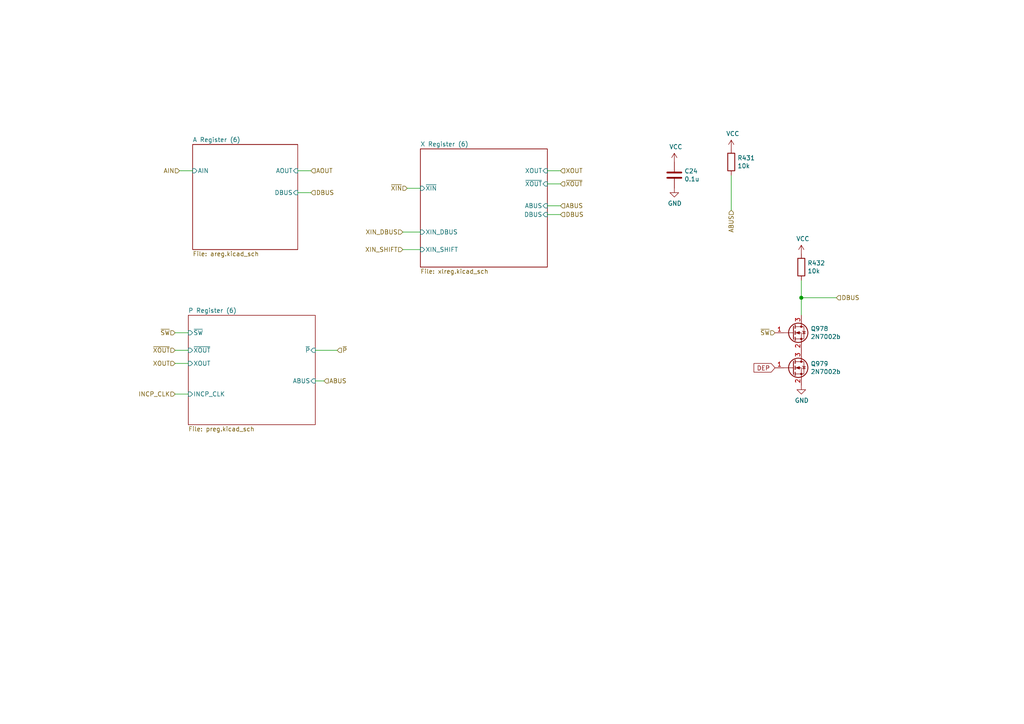
<source format=kicad_sch>
(kicad_sch (version 20210126) (generator eeschema)
  (paper "A4")
  (title_block (title "Q2 Bit Slice 6") (date "2021-02-05") (rev "1") (company "joewing.net"))
  (lib_symbols
    (symbol "Device:C" (pin_numbers hide) (pin_names (offset 0.254))
      (property "Reference" "C" (at 0.635 2.54 0))
      (property "Value" "C" (at 0.635 -2.54 0))
      (symbol "C_0_1"
        (polyline (pts (xy -2.032 -0.762) (xy 2.032 -0.762)) (stroke (width 0.508)))
        (polyline (pts (xy -2.032 0.762) (xy 2.032 0.762)) (stroke (width 0.508)))
      )
      (symbol "C_1_1"
        (pin passive line (at 0 3.81 270) (length 2.794) (name "~") (number "1"))
        (pin passive line (at 0 -3.81 90) (length 2.794) (name "~") (number "2"))
      )
    )
    (symbol "Device:R" (pin_numbers hide) (pin_names (offset 0))
      (property "Reference" "R" (at 2.032 0 90))
      (property "Value" "R" (at 0 0 90))
      (symbol "R_0_1"
        (rectangle (start -1.016 -2.54) (end 1.016 2.54) (stroke (width 0.254)))
      )
      (symbol "R_1_1"
        (pin passive line (at 0 3.81 270) (length 1.27) (name "~") (number "1"))
        (pin passive line (at 0 -3.81 90) (length 1.27) (name "~") (number "2"))
      )
    )
    (symbol "Transistor_FET:2N7002" (pin_names hide)
      (property "Reference" "Q" (at 5.08 1.905 0))
      (property "Value" "2N7002" (at 5.08 0 0))
      (symbol "2N7002_0_1"
        (circle (center 1.651 0) (radius 2.794) (stroke (width 0.254)))
        (circle (center 2.54 -1.778) (radius 0.254) (fill (type outline)))
        (circle (center 2.54 1.778) (radius 0.254) (fill (type outline)))
        (polyline (pts (xy 0.254 0) (xy -2.54 0)))
        (polyline (pts (xy 0.254 1.905) (xy 0.254 -1.905)) (stroke (width 0.254)))
        (polyline (pts (xy 0.762 -1.27) (xy 0.762 -2.286)) (stroke (width 0.254)))
        (polyline (pts (xy 0.762 0.508) (xy 0.762 -0.508)) (stroke (width 0.254)))
        (polyline (pts (xy 0.762 2.286) (xy 0.762 1.27)) (stroke (width 0.254)))
        (polyline (pts (xy 2.54 2.54) (xy 2.54 1.778)))
        (polyline (pts (xy 2.54 -2.54) (xy 2.54 0) (xy 0.762 0)))
        (polyline (pts (xy 0.762 -1.778) (xy 3.302 -1.778) (xy 3.302 1.778) (xy 0.762 1.778)))
        (polyline (pts (xy 1.016 0) (xy 2.032 0.381) (xy 2.032 -0.381) (xy 1.016 0)) (fill (type outline)))
        (polyline (pts (xy 2.794 0.508) (xy 2.921 0.381) (xy 3.683 0.381) (xy 3.81 0.254)))
        (polyline (pts (xy 3.302 0.381) (xy 2.921 -0.254) (xy 3.683 -0.254) (xy 3.302 0.381)))
      )
      (symbol "2N7002_1_1"
        (pin input line (at -5.08 0 0) (length 2.54) (name "G") (number "1"))
        (pin passive line (at 2.54 -5.08 90) (length 2.54) (name "S") (number "2"))
        (pin passive line (at 2.54 5.08 270) (length 2.54) (name "D") (number "3"))
      )
    )
    (symbol "power:GND" (power) (pin_names (offset 0))
      (property "Value" "GND" (at 0 -3.81 0))
      (symbol "GND_0_1"
        (polyline (pts (xy 0 0) (xy 0 -1.27) (xy 1.27 -1.27) (xy 0 -2.54) (xy -1.27 -1.27) (xy 0 -1.27)))
      )
      (symbol "GND_1_1"
        (pin power_in line (at 0 0 270) (length 0) hide (name "GND") (number "1"))
      )
    )
    (symbol "power:VCC" (power) (pin_names (offset 0))
      (property "Value" "VCC" (at 0 3.81 0))
      (symbol "VCC_0_1"
        (polyline (pts (xy -0.762 1.27) (xy 0 2.54)))
        (polyline (pts (xy 0 0) (xy 0 2.54)))
        (polyline (pts (xy 0 2.54) (xy 0.762 1.27)))
      )
      (symbol "VCC_1_1"
        (pin power_in line (at 0 0 90) (length 0) hide (name "VCC") (number "1"))
      )
    )
  )
  (junction (at 232.41 86.36) (diameter 1.016))
  (wire (pts (xy 50.8 96.52) (xy 54.61 96.52)))
  (wire (pts (xy 50.8 101.6) (xy 54.61 101.6)))
  (wire (pts (xy 50.8 105.41) (xy 54.61 105.41)))
  (wire (pts (xy 50.8 114.3) (xy 54.61 114.3)))
  (wire (pts (xy 55.88 49.53) (xy 52.07 49.53)))
  (wire (pts (xy 90.17 49.53) (xy 86.36 49.53)))
  (wire (pts (xy 90.17 55.88) (xy 86.36 55.88)))
  (wire (pts (xy 91.44 101.6) (xy 97.79 101.6)))
  (wire (pts (xy 91.44 110.49) (xy 93.98 110.49)))
  (wire (pts (xy 116.84 67.31) (xy 121.92 67.31)))
  (wire (pts (xy 116.84 72.39) (xy 121.92 72.39)))
  (wire (pts (xy 118.11 54.61) (xy 121.92 54.61)))
  (wire (pts (xy 158.75 49.53) (xy 162.56 49.53)))
  (wire (pts (xy 158.75 53.34) (xy 162.56 53.34)))
  (wire (pts (xy 158.75 59.69) (xy 162.56 59.69)))
  (wire (pts (xy 162.56 62.23) (xy 158.75 62.23)))
  (wire (pts (xy 212.09 50.8) (xy 212.09 60.96)))
  (wire (pts (xy 232.41 86.36) (xy 232.41 81.28)))
  (wire (pts (xy 232.41 86.36) (xy 242.57 86.36)))
  (wire (pts (xy 232.41 91.44) (xy 232.41 86.36)))
  (global_label "DEP" (shape input) (at 224.79 106.68 180) (property "Intersheet References" "${INTERSHEET_REFS}" (effects hide)))
  (hierarchical_label "~SW" (shape input) (at 50.8 96.52 180))
  (hierarchical_label "~XOUT" (shape input) (at 50.8 101.6 180))
  (hierarchical_label "XOUT" (shape input) (at 50.8 105.41 180))
  (hierarchical_label "INCP_CLK" (shape input) (at 50.8 114.3 180))
  (hierarchical_label "AIN" (shape input) (at 52.07 49.53 180))
  (hierarchical_label "AOUT" (shape input) (at 90.17 49.53 0))
  (hierarchical_label "DBUS" (shape input) (at 90.17 55.88 0))
  (hierarchical_label "ABUS" (shape input) (at 93.98 110.49 0))
  (hierarchical_label "~P" (shape input) (at 97.79 101.6 0))
  (hierarchical_label "XIN_DBUS" (shape input) (at 116.84 67.31 180))
  (hierarchical_label "XIN_SHIFT" (shape input) (at 116.84 72.39 180))
  (hierarchical_label "~XIN" (shape input) (at 118.11 54.61 180))
  (hierarchical_label "XOUT" (shape input) (at 162.56 49.53 0))
  (hierarchical_label "~XOUT" (shape input) (at 162.56 53.34 0))
  (hierarchical_label "ABUS" (shape input) (at 162.56 59.69 0))
  (hierarchical_label "DBUS" (shape input) (at 162.56 62.23 0))
  (hierarchical_label "ABUS" (shape input) (at 212.09 60.96 270))
  (hierarchical_label "~SW" (shape input) (at 224.79 96.52 180))
  (hierarchical_label "DBUS" (shape input) (at 242.57 86.36 0))
  (symbol (lib_id "power:VCC") (at 195.58 46.99 0) (unit 1)
    (property "Reference" "#PWR0884" (effects hide))
    (property "Value" "VCC" (at 196.0118 42.5958 0))
  )
  (symbol (lib_id "power:VCC") (at 212.09 43.18 0) (unit 1)
    (property "Reference" "#PWR0883" (effects hide))
    (property "Value" "VCC" (at 212.5218 38.7858 0))
  )
  (symbol (lib_id "power:VCC") (at 232.41 73.66 0) (unit 1)
    (property "Reference" "#PWR0886" (effects hide))
    (property "Value" "VCC" (at 232.8418 69.2658 0))
  )
  (symbol (lib_id "power:GND") (at 195.58 54.61 0) (unit 1)
    (property "Reference" "#PWR0885" (effects hide))
    (property "Value" "GND" (at 195.707 59.0042 0))
  )
  (symbol (lib_id "power:GND") (at 232.41 111.76 0) (unit 1)
    (property "Reference" "#PWR0887" (effects hide))
    (property "Value" "GND" (at 232.537 116.1542 0))
  )
  (symbol (lib_id "Device:R") (at 212.09 46.99 0) (unit 1)
    (property "Reference" "R431" (at 213.868 45.8216 0) (effects (justify left)))
    (property "Value" "10k" (at 213.868 48.133 0) (effects (justify left)))
    (property "Footprint" "Resistor_SMD:R_0805_2012Metric" (effects hide))
    (property "LCSC" "C17414" (effects hide))
  )
  (symbol (lib_id "Device:R") (at 232.41 77.47 0) (unit 1)
    (property "Reference" "R432" (at 234.188 76.3016 0) (effects (justify left)))
    (property "Value" "10k" (at 234.188 78.613 0) (effects (justify left)))
    (property "Footprint" "Resistor_SMD:R_0805_2012Metric" (effects hide))
    (property "LCSC" "C17414" (effects hide))
  )
  (symbol (lib_id "Device:C") (at 195.58 50.8 0) (unit 1)
    (property "Reference" "C24" (at 198.501 49.6316 0) (effects (justify left)))
    (property "Value" "0.1u" (at 198.501 51.943 0) (effects (justify left)))
    (property "Footprint" "Capacitor_SMD:C_0805_2012Metric" (effects hide))
    (property "LCSC" "C49678" (effects hide))
  )
  (symbol (lib_id "Transistor_FET:2N7002") (at 229.87 96.52 0) (unit 1)
    (property "Reference" "Q978" (at 235.1024 95.3516 0) (effects (justify left)))
    (property "Value" "2N7002b" (at 235.102 97.663 0) (effects (justify left)))
    (property "Footprint" "Package_TO_SOT_SMD:SOT-23" (effects hide))
    (property "Datasheet" "https://www.fairchildsemi.com/datasheets/2N/2N7002.pdf" (effects hide))
    (property "LCSC" "C8545" (effects hide))
  )
  (symbol (lib_id "Transistor_FET:2N7002") (at 229.87 106.68 0) (unit 1)
    (property "Reference" "Q979" (at 235.1024 105.5116 0) (effects (justify left)))
    (property "Value" "2N7002b" (at 235.102 107.823 0) (effects (justify left)))
    (property "Footprint" "Package_TO_SOT_SMD:SOT-23" (effects hide))
    (property "Datasheet" "https://www.fairchildsemi.com/datasheets/2N/2N7002.pdf" (effects hide))
    (property "LCSC" "C8545" (effects hide))
  )
  (sheet (at 55.88 41.91) (size 30.48 30.48)
    (property "Sheet name" "A Register (6)" (at 55.88 41.275 0) (effects (justify left bottom)))
    (property "Sheet file" "areg.kicad_sch" (at 55.88 72.8985 0) (effects (justify left top)))
    (pin "AIN" input (at 55.88 49.53 180))
    (pin "AOUT" input (at 86.36 49.53 0))
    (pin "DBUS" input (at 86.36 55.88 0))
  )
  (sheet (at 54.61 91.44) (size 36.83 31.75)
    (property "Sheet name" "P Register (6)" (at 54.61 90.805 0) (effects (justify left bottom)))
    (property "Sheet file" "preg.kicad_sch" (at 54.61 123.6985 0) (effects (justify left top)))
    (pin "~XOUT" input (at 54.61 101.6 180))
    (pin "~SW" input (at 54.61 96.52 180))
    (pin "XOUT" input (at 54.61 105.41 180))
    (pin "ABUS" input (at 91.44 110.49 0))
    (pin "~P" input (at 91.44 101.6 0))
    (pin "INCP_CLK" input (at 54.61 114.3 180))
  )
  (sheet (at 121.92 43.18) (size 36.83 34.29)
    (property "Sheet name" "X Register (6)" (at 121.92 42.544 0) (effects (justify left bottom)))
    (property "Sheet file" "xlreg.kicad_sch" (at 121.92 77.978 0) (effects (justify left top)))
    (pin "DBUS" input (at 158.75 62.23 0))
    (pin "XOUT" input (at 158.75 49.53 0))
    (pin "~XIN" input (at 121.92 54.61 180))
    (pin "ABUS" input (at 158.75 59.69 0))
    (pin "~XOUT" input (at 158.75 53.34 0))
    (pin "XIN_DBUS" input (at 121.92 67.31 180))
    (pin "XIN_SHIFT" input (at 121.92 72.39 180))
  )
)
</source>
